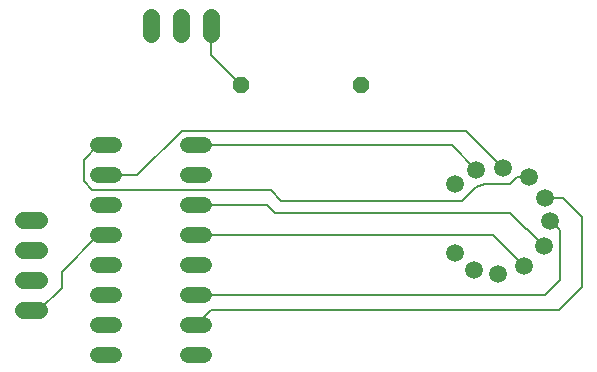
<source format=gbr>
G04 EAGLE Gerber RS-274X export*
G75*
%MOMM*%
%FSLAX34Y34*%
%LPD*%
%INBottom Copper*%
%IPPOS*%
%AMOC8*
5,1,8,0,0,1.08239X$1,22.5*%
G01*
%ADD10C,1.422400*%
%ADD11C,1.320800*%
%ADD12P,1.429621X8X202.500000*%
%ADD13C,1.508000*%
%ADD14C,0.152400*%


D10*
X146812Y368300D02*
X132588Y368300D01*
X132588Y393700D02*
X146812Y393700D01*
X146812Y419100D02*
X132588Y419100D01*
X132588Y444500D02*
X146812Y444500D01*
X241300Y602488D02*
X241300Y616712D01*
X266700Y616712D02*
X266700Y602488D01*
X292100Y602488D02*
X292100Y616712D01*
D11*
X209804Y508000D02*
X196596Y508000D01*
X196596Y482600D02*
X209804Y482600D01*
X209804Y355600D02*
X196596Y355600D01*
X196596Y330200D02*
X209804Y330200D01*
X209804Y457200D02*
X196596Y457200D01*
X196596Y431800D02*
X209804Y431800D01*
X209804Y381000D02*
X196596Y381000D01*
X196596Y406400D02*
X209804Y406400D01*
X272796Y330200D02*
X286004Y330200D01*
X286004Y355600D02*
X272796Y355600D01*
X272796Y381000D02*
X286004Y381000D01*
X286004Y406400D02*
X272796Y406400D01*
X272796Y431800D02*
X286004Y431800D01*
X286004Y457200D02*
X272796Y457200D01*
X272796Y482600D02*
X286004Y482600D01*
X286004Y508000D02*
X272796Y508000D01*
D12*
X419100Y558800D03*
X317500Y558800D03*
D13*
X561702Y481157D03*
X575262Y463784D03*
X579434Y444158D03*
X573916Y422472D03*
X556876Y406126D03*
X535293Y398941D03*
X514331Y402276D03*
X498567Y416582D03*
X498504Y475513D03*
X516849Y486943D03*
X539238Y489106D03*
D14*
X196596Y431800D02*
X165862Y401066D01*
X165862Y387350D01*
X146812Y368300D01*
X139700Y368300D01*
X196596Y431800D02*
X203200Y431800D01*
X317500Y558800D02*
X292100Y584200D01*
X292100Y602488D02*
X292100Y609600D01*
X292100Y602488D02*
X292100Y584200D01*
X495792Y508000D02*
X516849Y486943D01*
X495792Y508000D02*
X286004Y508000D01*
X279400Y508000D01*
X507898Y520446D02*
X539238Y489106D01*
X507898Y520446D02*
X267641Y520446D01*
X209804Y482600D02*
X203200Y482600D01*
X209804Y482600D02*
X229795Y482600D01*
X267641Y520446D01*
X551430Y481157D02*
X561702Y481157D01*
X551430Y481157D02*
X545137Y474864D01*
X524385Y474864D01*
X516272Y473139D01*
X504403Y461271D01*
X351529Y461271D01*
X203200Y508000D02*
X196596Y508000D01*
X184150Y495554D01*
X184150Y477445D01*
X191441Y470154D01*
X292354Y470154D01*
X342646Y470154D01*
X351529Y461271D01*
X586467Y368300D02*
X606602Y388435D01*
X586467Y368300D02*
X292100Y368300D01*
X279400Y355600D01*
X606602Y388435D02*
X606602Y447498D01*
X590316Y463784D02*
X575262Y463784D01*
X590316Y463784D02*
X606602Y447498D01*
X587298Y436294D02*
X579434Y444158D01*
X587298Y436294D02*
X587298Y393700D01*
X574598Y381000D01*
X279400Y381000D01*
X559345Y437043D02*
X573916Y422472D01*
X559345Y437043D02*
X558715Y437043D01*
X545121Y450638D01*
X346299Y450638D01*
X339653Y457200D02*
X279400Y457200D01*
X339653Y457200D02*
X346257Y450596D01*
X346299Y450638D01*
X531202Y431800D02*
X556876Y406126D01*
X531202Y431800D02*
X286004Y431800D01*
X279400Y431800D01*
M02*

</source>
